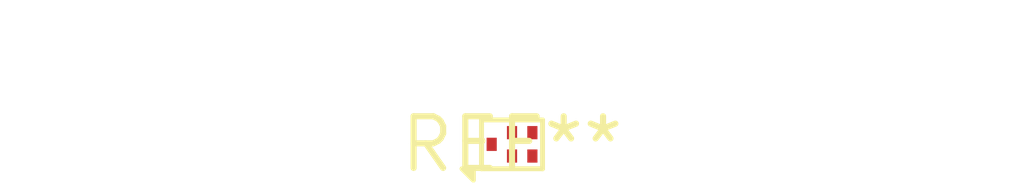
<source format=kicad_pcb>
(kicad_pcb (version 20240108) (generator pcbnew)
  (layers (0 "F.Cu" signal) (31 "B.Cu" signal) (34 "B.Paste" user) (35 "F.Paste" user) (36 "B.SilkS" user "B.Silkscreen") (37 "F.SilkS" user "F.Silkscreen") (38 "B.Mask" user) (39 "F.Mask" user) (44 "Edge.Cuts" user))
  (net 0 "")
  (footprint "Filter_1411-5_1.4x1.1mm" (layer "F.Cu") (at 0 0)
    (property "Reference" "REF**")
    (property "Value" "Filter_1411-5_1.4x1.1mm")
    (fp_line (start -0.75 -0.6) (end -0.75 0.6) (layer "F.SilkS") (stroke (width 0.12)))
    (fp_line (start -0.75 0.6) (end 0.75 0.6) (layer "F.SilkS") (stroke (width 0.12)))
    (fp_line (start 0.75 -0.6) (end -0.75 -0.6) (layer "F.SilkS") (stroke (width 0.12)))
    (fp_line (start 0.75 0.6) (end 0.75 -0.6) (layer "F.SilkS") (stroke (width 0.12)))
    (fp_poly (pts (xy -0.95 0.6) (xy -0.95 0.88) (xy -1.23 0.6) (xy -0.95 0.6)) (layer "F.SilkS") (stroke (width 0.12)) (fill solid))
    (pad "1" smd rect (at -0.5 0 90) (size 0.325 0.25) (layers "F.Cu" "F.Paste" "F.Mask"))
    (pad "2" smd rect (at 0 0.2875 90) (size 0.325 0.25) (layers "F.Cu" "F.Paste" "F.Mask"))
    (pad "3" smd rect (at 0.5 0.2875 90) (size 0.325 0.25) (layers "F.Cu" "F.Paste" "F.Mask"))
    (pad "4" smd rect (at 0.5 -0.2875 90) (size 0.325 0.25) (layers "F.Cu" "F.Paste" "F.Mask"))
    (pad "5" smd rect (at 0 -0.2875 90) (size 0.325 0.25) (layers "F.Cu" "F.Paste" "F.Mask"))
  )
)
</source>
